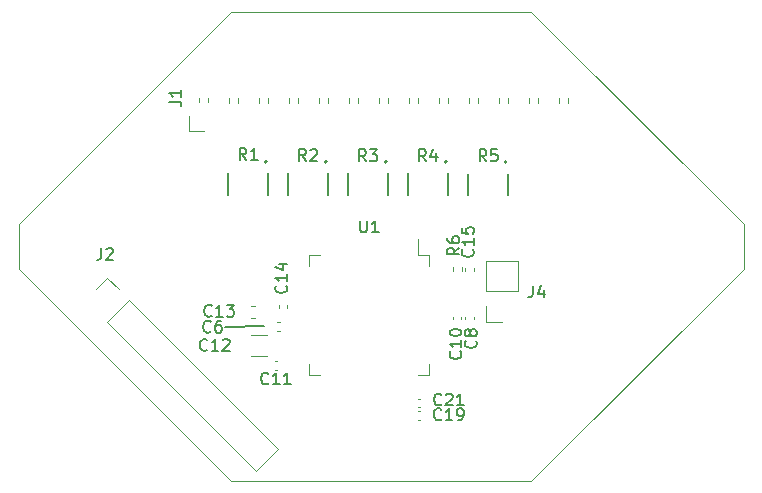
<source format=gbr>
%TF.GenerationSoftware,KiCad,Pcbnew,(7.0.0)*%
%TF.CreationDate,2023-03-06T18:28:32-05:00*%
%TF.ProjectId,cyton daisy,6379746f-6e20-4646-9169-73792e6b6963,rev?*%
%TF.SameCoordinates,Original*%
%TF.FileFunction,Legend,Top*%
%TF.FilePolarity,Positive*%
%FSLAX46Y46*%
G04 Gerber Fmt 4.6, Leading zero omitted, Abs format (unit mm)*
G04 Created by KiCad (PCBNEW (7.0.0)) date 2023-03-06 18:28:32*
%MOMM*%
%LPD*%
G01*
G04 APERTURE LIST*
%ADD10C,0.152400*%
%ADD11C,0.150000*%
%ADD12C,0.120000*%
%ADD13C,0.127000*%
%ADD14C,0.200000*%
%TA.AperFunction,Profile*%
%ADD15C,0.101600*%
%TD*%
G04 APERTURE END LIST*
D10*
X129794000Y-102793800D02*
X126492000Y-102870000D01*
D11*
%TO.C,C13*%
X125315742Y-101922942D02*
X125268123Y-101970561D01*
X125268123Y-101970561D02*
X125125266Y-102018180D01*
X125125266Y-102018180D02*
X125030028Y-102018180D01*
X125030028Y-102018180D02*
X124887171Y-101970561D01*
X124887171Y-101970561D02*
X124791933Y-101875323D01*
X124791933Y-101875323D02*
X124744314Y-101780085D01*
X124744314Y-101780085D02*
X124696695Y-101589609D01*
X124696695Y-101589609D02*
X124696695Y-101446752D01*
X124696695Y-101446752D02*
X124744314Y-101256276D01*
X124744314Y-101256276D02*
X124791933Y-101161038D01*
X124791933Y-101161038D02*
X124887171Y-101065800D01*
X124887171Y-101065800D02*
X125030028Y-101018180D01*
X125030028Y-101018180D02*
X125125266Y-101018180D01*
X125125266Y-101018180D02*
X125268123Y-101065800D01*
X125268123Y-101065800D02*
X125315742Y-101113419D01*
X126268123Y-102018180D02*
X125696695Y-102018180D01*
X125982409Y-102018180D02*
X125982409Y-101018180D01*
X125982409Y-101018180D02*
X125887171Y-101161038D01*
X125887171Y-101161038D02*
X125791933Y-101256276D01*
X125791933Y-101256276D02*
X125696695Y-101303895D01*
X126601457Y-101018180D02*
X127220504Y-101018180D01*
X127220504Y-101018180D02*
X126887171Y-101399133D01*
X126887171Y-101399133D02*
X127030028Y-101399133D01*
X127030028Y-101399133D02*
X127125266Y-101446752D01*
X127125266Y-101446752D02*
X127172885Y-101494371D01*
X127172885Y-101494371D02*
X127220504Y-101589609D01*
X127220504Y-101589609D02*
X127220504Y-101827704D01*
X127220504Y-101827704D02*
X127172885Y-101922942D01*
X127172885Y-101922942D02*
X127125266Y-101970561D01*
X127125266Y-101970561D02*
X127030028Y-102018180D01*
X127030028Y-102018180D02*
X126744314Y-102018180D01*
X126744314Y-102018180D02*
X126649076Y-101970561D01*
X126649076Y-101970561D02*
X126601457Y-101922942D01*
%TO.C,R2*%
X133310333Y-88835580D02*
X132977000Y-88359390D01*
X132738905Y-88835580D02*
X132738905Y-87835580D01*
X132738905Y-87835580D02*
X133119857Y-87835580D01*
X133119857Y-87835580D02*
X133215095Y-87883200D01*
X133215095Y-87883200D02*
X133262714Y-87930819D01*
X133262714Y-87930819D02*
X133310333Y-88026057D01*
X133310333Y-88026057D02*
X133310333Y-88168914D01*
X133310333Y-88168914D02*
X133262714Y-88264152D01*
X133262714Y-88264152D02*
X133215095Y-88311771D01*
X133215095Y-88311771D02*
X133119857Y-88359390D01*
X133119857Y-88359390D02*
X132738905Y-88359390D01*
X133691286Y-87930819D02*
X133738905Y-87883200D01*
X133738905Y-87883200D02*
X133834143Y-87835580D01*
X133834143Y-87835580D02*
X134072238Y-87835580D01*
X134072238Y-87835580D02*
X134167476Y-87883200D01*
X134167476Y-87883200D02*
X134215095Y-87930819D01*
X134215095Y-87930819D02*
X134262714Y-88026057D01*
X134262714Y-88026057D02*
X134262714Y-88121295D01*
X134262714Y-88121295D02*
X134215095Y-88264152D01*
X134215095Y-88264152D02*
X133643667Y-88835580D01*
X133643667Y-88835580D02*
X134262714Y-88835580D01*
%TO.C,C14*%
X131615542Y-99398057D02*
X131663161Y-99445676D01*
X131663161Y-99445676D02*
X131710780Y-99588533D01*
X131710780Y-99588533D02*
X131710780Y-99683771D01*
X131710780Y-99683771D02*
X131663161Y-99826628D01*
X131663161Y-99826628D02*
X131567923Y-99921866D01*
X131567923Y-99921866D02*
X131472685Y-99969485D01*
X131472685Y-99969485D02*
X131282209Y-100017104D01*
X131282209Y-100017104D02*
X131139352Y-100017104D01*
X131139352Y-100017104D02*
X130948876Y-99969485D01*
X130948876Y-99969485D02*
X130853638Y-99921866D01*
X130853638Y-99921866D02*
X130758400Y-99826628D01*
X130758400Y-99826628D02*
X130710780Y-99683771D01*
X130710780Y-99683771D02*
X130710780Y-99588533D01*
X130710780Y-99588533D02*
X130758400Y-99445676D01*
X130758400Y-99445676D02*
X130806019Y-99398057D01*
X131710780Y-98445676D02*
X131710780Y-99017104D01*
X131710780Y-98731390D02*
X130710780Y-98731390D01*
X130710780Y-98731390D02*
X130853638Y-98826628D01*
X130853638Y-98826628D02*
X130948876Y-98921866D01*
X130948876Y-98921866D02*
X130996495Y-99017104D01*
X131044114Y-97588533D02*
X131710780Y-97588533D01*
X130663161Y-97826628D02*
X131377447Y-98064723D01*
X131377447Y-98064723D02*
X131377447Y-97445676D01*
%TO.C,C15*%
X147414342Y-96324657D02*
X147461961Y-96372276D01*
X147461961Y-96372276D02*
X147509580Y-96515133D01*
X147509580Y-96515133D02*
X147509580Y-96610371D01*
X147509580Y-96610371D02*
X147461961Y-96753228D01*
X147461961Y-96753228D02*
X147366723Y-96848466D01*
X147366723Y-96848466D02*
X147271485Y-96896085D01*
X147271485Y-96896085D02*
X147081009Y-96943704D01*
X147081009Y-96943704D02*
X146938152Y-96943704D01*
X146938152Y-96943704D02*
X146747676Y-96896085D01*
X146747676Y-96896085D02*
X146652438Y-96848466D01*
X146652438Y-96848466D02*
X146557200Y-96753228D01*
X146557200Y-96753228D02*
X146509580Y-96610371D01*
X146509580Y-96610371D02*
X146509580Y-96515133D01*
X146509580Y-96515133D02*
X146557200Y-96372276D01*
X146557200Y-96372276D02*
X146604819Y-96324657D01*
X147509580Y-95372276D02*
X147509580Y-95943704D01*
X147509580Y-95657990D02*
X146509580Y-95657990D01*
X146509580Y-95657990D02*
X146652438Y-95753228D01*
X146652438Y-95753228D02*
X146747676Y-95848466D01*
X146747676Y-95848466D02*
X146795295Y-95943704D01*
X146509580Y-94467514D02*
X146509580Y-94943704D01*
X146509580Y-94943704D02*
X146985771Y-94991323D01*
X146985771Y-94991323D02*
X146938152Y-94943704D01*
X146938152Y-94943704D02*
X146890533Y-94848466D01*
X146890533Y-94848466D02*
X146890533Y-94610371D01*
X146890533Y-94610371D02*
X146938152Y-94515133D01*
X146938152Y-94515133D02*
X146985771Y-94467514D01*
X146985771Y-94467514D02*
X147081009Y-94419895D01*
X147081009Y-94419895D02*
X147319104Y-94419895D01*
X147319104Y-94419895D02*
X147414342Y-94467514D01*
X147414342Y-94467514D02*
X147461961Y-94515133D01*
X147461961Y-94515133D02*
X147509580Y-94610371D01*
X147509580Y-94610371D02*
X147509580Y-94848466D01*
X147509580Y-94848466D02*
X147461961Y-94943704D01*
X147461961Y-94943704D02*
X147414342Y-94991323D01*
%TO.C,R6*%
X146290380Y-96178666D02*
X145814190Y-96511999D01*
X146290380Y-96750094D02*
X145290380Y-96750094D01*
X145290380Y-96750094D02*
X145290380Y-96369142D01*
X145290380Y-96369142D02*
X145338000Y-96273904D01*
X145338000Y-96273904D02*
X145385619Y-96226285D01*
X145385619Y-96226285D02*
X145480857Y-96178666D01*
X145480857Y-96178666D02*
X145623714Y-96178666D01*
X145623714Y-96178666D02*
X145718952Y-96226285D01*
X145718952Y-96226285D02*
X145766571Y-96273904D01*
X145766571Y-96273904D02*
X145814190Y-96369142D01*
X145814190Y-96369142D02*
X145814190Y-96750094D01*
X145290380Y-95321523D02*
X145290380Y-95511999D01*
X145290380Y-95511999D02*
X145338000Y-95607237D01*
X145338000Y-95607237D02*
X145385619Y-95654856D01*
X145385619Y-95654856D02*
X145528476Y-95750094D01*
X145528476Y-95750094D02*
X145718952Y-95797713D01*
X145718952Y-95797713D02*
X146099904Y-95797713D01*
X146099904Y-95797713D02*
X146195142Y-95750094D01*
X146195142Y-95750094D02*
X146242761Y-95702475D01*
X146242761Y-95702475D02*
X146290380Y-95607237D01*
X146290380Y-95607237D02*
X146290380Y-95416761D01*
X146290380Y-95416761D02*
X146242761Y-95321523D01*
X146242761Y-95321523D02*
X146195142Y-95273904D01*
X146195142Y-95273904D02*
X146099904Y-95226285D01*
X146099904Y-95226285D02*
X145861809Y-95226285D01*
X145861809Y-95226285D02*
X145766571Y-95273904D01*
X145766571Y-95273904D02*
X145718952Y-95321523D01*
X145718952Y-95321523D02*
X145671333Y-95416761D01*
X145671333Y-95416761D02*
X145671333Y-95607237D01*
X145671333Y-95607237D02*
X145718952Y-95702475D01*
X145718952Y-95702475D02*
X145766571Y-95750094D01*
X145766571Y-95750094D02*
X145861809Y-95797713D01*
%TO.C,R1*%
X128255733Y-88733980D02*
X127922400Y-88257790D01*
X127684305Y-88733980D02*
X127684305Y-87733980D01*
X127684305Y-87733980D02*
X128065257Y-87733980D01*
X128065257Y-87733980D02*
X128160495Y-87781600D01*
X128160495Y-87781600D02*
X128208114Y-87829219D01*
X128208114Y-87829219D02*
X128255733Y-87924457D01*
X128255733Y-87924457D02*
X128255733Y-88067314D01*
X128255733Y-88067314D02*
X128208114Y-88162552D01*
X128208114Y-88162552D02*
X128160495Y-88210171D01*
X128160495Y-88210171D02*
X128065257Y-88257790D01*
X128065257Y-88257790D02*
X127684305Y-88257790D01*
X129208114Y-88733980D02*
X128636686Y-88733980D01*
X128922400Y-88733980D02*
X128922400Y-87733980D01*
X128922400Y-87733980D02*
X128827162Y-87876838D01*
X128827162Y-87876838D02*
X128731924Y-87972076D01*
X128731924Y-87972076D02*
X128636686Y-88019695D01*
%TO.C,C11*%
X130116342Y-107663342D02*
X130068723Y-107710961D01*
X130068723Y-107710961D02*
X129925866Y-107758580D01*
X129925866Y-107758580D02*
X129830628Y-107758580D01*
X129830628Y-107758580D02*
X129687771Y-107710961D01*
X129687771Y-107710961D02*
X129592533Y-107615723D01*
X129592533Y-107615723D02*
X129544914Y-107520485D01*
X129544914Y-107520485D02*
X129497295Y-107330009D01*
X129497295Y-107330009D02*
X129497295Y-107187152D01*
X129497295Y-107187152D02*
X129544914Y-106996676D01*
X129544914Y-106996676D02*
X129592533Y-106901438D01*
X129592533Y-106901438D02*
X129687771Y-106806200D01*
X129687771Y-106806200D02*
X129830628Y-106758580D01*
X129830628Y-106758580D02*
X129925866Y-106758580D01*
X129925866Y-106758580D02*
X130068723Y-106806200D01*
X130068723Y-106806200D02*
X130116342Y-106853819D01*
X131068723Y-107758580D02*
X130497295Y-107758580D01*
X130783009Y-107758580D02*
X130783009Y-106758580D01*
X130783009Y-106758580D02*
X130687771Y-106901438D01*
X130687771Y-106901438D02*
X130592533Y-106996676D01*
X130592533Y-106996676D02*
X130497295Y-107044295D01*
X132021104Y-107758580D02*
X131449676Y-107758580D01*
X131735390Y-107758580D02*
X131735390Y-106758580D01*
X131735390Y-106758580D02*
X131640152Y-106901438D01*
X131640152Y-106901438D02*
X131544914Y-106996676D01*
X131544914Y-106996676D02*
X131449676Y-107044295D01*
%TO.C,R5*%
X148575733Y-88860980D02*
X148242400Y-88384790D01*
X148004305Y-88860980D02*
X148004305Y-87860980D01*
X148004305Y-87860980D02*
X148385257Y-87860980D01*
X148385257Y-87860980D02*
X148480495Y-87908600D01*
X148480495Y-87908600D02*
X148528114Y-87956219D01*
X148528114Y-87956219D02*
X148575733Y-88051457D01*
X148575733Y-88051457D02*
X148575733Y-88194314D01*
X148575733Y-88194314D02*
X148528114Y-88289552D01*
X148528114Y-88289552D02*
X148480495Y-88337171D01*
X148480495Y-88337171D02*
X148385257Y-88384790D01*
X148385257Y-88384790D02*
X148004305Y-88384790D01*
X149480495Y-87860980D02*
X149004305Y-87860980D01*
X149004305Y-87860980D02*
X148956686Y-88337171D01*
X148956686Y-88337171D02*
X149004305Y-88289552D01*
X149004305Y-88289552D02*
X149099543Y-88241933D01*
X149099543Y-88241933D02*
X149337638Y-88241933D01*
X149337638Y-88241933D02*
X149432876Y-88289552D01*
X149432876Y-88289552D02*
X149480495Y-88337171D01*
X149480495Y-88337171D02*
X149528114Y-88432409D01*
X149528114Y-88432409D02*
X149528114Y-88670504D01*
X149528114Y-88670504D02*
X149480495Y-88765742D01*
X149480495Y-88765742D02*
X149432876Y-88813361D01*
X149432876Y-88813361D02*
X149337638Y-88860980D01*
X149337638Y-88860980D02*
X149099543Y-88860980D01*
X149099543Y-88860980D02*
X149004305Y-88813361D01*
X149004305Y-88813361D02*
X148956686Y-88765742D01*
%TO.C,C19*%
X144746742Y-110685942D02*
X144699123Y-110733561D01*
X144699123Y-110733561D02*
X144556266Y-110781180D01*
X144556266Y-110781180D02*
X144461028Y-110781180D01*
X144461028Y-110781180D02*
X144318171Y-110733561D01*
X144318171Y-110733561D02*
X144222933Y-110638323D01*
X144222933Y-110638323D02*
X144175314Y-110543085D01*
X144175314Y-110543085D02*
X144127695Y-110352609D01*
X144127695Y-110352609D02*
X144127695Y-110209752D01*
X144127695Y-110209752D02*
X144175314Y-110019276D01*
X144175314Y-110019276D02*
X144222933Y-109924038D01*
X144222933Y-109924038D02*
X144318171Y-109828800D01*
X144318171Y-109828800D02*
X144461028Y-109781180D01*
X144461028Y-109781180D02*
X144556266Y-109781180D01*
X144556266Y-109781180D02*
X144699123Y-109828800D01*
X144699123Y-109828800D02*
X144746742Y-109876419D01*
X145699123Y-110781180D02*
X145127695Y-110781180D01*
X145413409Y-110781180D02*
X145413409Y-109781180D01*
X145413409Y-109781180D02*
X145318171Y-109924038D01*
X145318171Y-109924038D02*
X145222933Y-110019276D01*
X145222933Y-110019276D02*
X145127695Y-110066895D01*
X146175314Y-110781180D02*
X146365790Y-110781180D01*
X146365790Y-110781180D02*
X146461028Y-110733561D01*
X146461028Y-110733561D02*
X146508647Y-110685942D01*
X146508647Y-110685942D02*
X146603885Y-110543085D01*
X146603885Y-110543085D02*
X146651504Y-110352609D01*
X146651504Y-110352609D02*
X146651504Y-109971657D01*
X146651504Y-109971657D02*
X146603885Y-109876419D01*
X146603885Y-109876419D02*
X146556266Y-109828800D01*
X146556266Y-109828800D02*
X146461028Y-109781180D01*
X146461028Y-109781180D02*
X146270552Y-109781180D01*
X146270552Y-109781180D02*
X146175314Y-109828800D01*
X146175314Y-109828800D02*
X146127695Y-109876419D01*
X146127695Y-109876419D02*
X146080076Y-109971657D01*
X146080076Y-109971657D02*
X146080076Y-110209752D01*
X146080076Y-110209752D02*
X146127695Y-110304990D01*
X146127695Y-110304990D02*
X146175314Y-110352609D01*
X146175314Y-110352609D02*
X146270552Y-110400228D01*
X146270552Y-110400228D02*
X146461028Y-110400228D01*
X146461028Y-110400228D02*
X146556266Y-110352609D01*
X146556266Y-110352609D02*
X146603885Y-110304990D01*
X146603885Y-110304990D02*
X146651504Y-110209752D01*
%TO.C,J1*%
X121744580Y-83823133D02*
X122458866Y-83823133D01*
X122458866Y-83823133D02*
X122601723Y-83870752D01*
X122601723Y-83870752D02*
X122696961Y-83965990D01*
X122696961Y-83965990D02*
X122744580Y-84108847D01*
X122744580Y-84108847D02*
X122744580Y-84204085D01*
X122744580Y-82823133D02*
X122744580Y-83394561D01*
X122744580Y-83108847D02*
X121744580Y-83108847D01*
X121744580Y-83108847D02*
X121887438Y-83204085D01*
X121887438Y-83204085D02*
X121982676Y-83299323D01*
X121982676Y-83299323D02*
X122030295Y-83394561D01*
%TO.C,C10*%
X146372942Y-104960657D02*
X146420561Y-105008276D01*
X146420561Y-105008276D02*
X146468180Y-105151133D01*
X146468180Y-105151133D02*
X146468180Y-105246371D01*
X146468180Y-105246371D02*
X146420561Y-105389228D01*
X146420561Y-105389228D02*
X146325323Y-105484466D01*
X146325323Y-105484466D02*
X146230085Y-105532085D01*
X146230085Y-105532085D02*
X146039609Y-105579704D01*
X146039609Y-105579704D02*
X145896752Y-105579704D01*
X145896752Y-105579704D02*
X145706276Y-105532085D01*
X145706276Y-105532085D02*
X145611038Y-105484466D01*
X145611038Y-105484466D02*
X145515800Y-105389228D01*
X145515800Y-105389228D02*
X145468180Y-105246371D01*
X145468180Y-105246371D02*
X145468180Y-105151133D01*
X145468180Y-105151133D02*
X145515800Y-105008276D01*
X145515800Y-105008276D02*
X145563419Y-104960657D01*
X146468180Y-104008276D02*
X146468180Y-104579704D01*
X146468180Y-104293990D02*
X145468180Y-104293990D01*
X145468180Y-104293990D02*
X145611038Y-104389228D01*
X145611038Y-104389228D02*
X145706276Y-104484466D01*
X145706276Y-104484466D02*
X145753895Y-104579704D01*
X145468180Y-103389228D02*
X145468180Y-103293990D01*
X145468180Y-103293990D02*
X145515800Y-103198752D01*
X145515800Y-103198752D02*
X145563419Y-103151133D01*
X145563419Y-103151133D02*
X145658657Y-103103514D01*
X145658657Y-103103514D02*
X145849133Y-103055895D01*
X145849133Y-103055895D02*
X146087228Y-103055895D01*
X146087228Y-103055895D02*
X146277704Y-103103514D01*
X146277704Y-103103514D02*
X146372942Y-103151133D01*
X146372942Y-103151133D02*
X146420561Y-103198752D01*
X146420561Y-103198752D02*
X146468180Y-103293990D01*
X146468180Y-103293990D02*
X146468180Y-103389228D01*
X146468180Y-103389228D02*
X146420561Y-103484466D01*
X146420561Y-103484466D02*
X146372942Y-103532085D01*
X146372942Y-103532085D02*
X146277704Y-103579704D01*
X146277704Y-103579704D02*
X146087228Y-103627323D01*
X146087228Y-103627323D02*
X145849133Y-103627323D01*
X145849133Y-103627323D02*
X145658657Y-103579704D01*
X145658657Y-103579704D02*
X145563419Y-103532085D01*
X145563419Y-103532085D02*
X145515800Y-103484466D01*
X145515800Y-103484466D02*
X145468180Y-103389228D01*
%TO.C,U1*%
X137896695Y-93880780D02*
X137896695Y-94690304D01*
X137896695Y-94690304D02*
X137944314Y-94785542D01*
X137944314Y-94785542D02*
X137991933Y-94833161D01*
X137991933Y-94833161D02*
X138087171Y-94880780D01*
X138087171Y-94880780D02*
X138277647Y-94880780D01*
X138277647Y-94880780D02*
X138372885Y-94833161D01*
X138372885Y-94833161D02*
X138420504Y-94785542D01*
X138420504Y-94785542D02*
X138468123Y-94690304D01*
X138468123Y-94690304D02*
X138468123Y-93880780D01*
X139468123Y-94880780D02*
X138896695Y-94880780D01*
X139182409Y-94880780D02*
X139182409Y-93880780D01*
X139182409Y-93880780D02*
X139087171Y-94023638D01*
X139087171Y-94023638D02*
X138991933Y-94118876D01*
X138991933Y-94118876D02*
X138896695Y-94166495D01*
%TO.C,C8*%
X147668342Y-104052666D02*
X147715961Y-104100285D01*
X147715961Y-104100285D02*
X147763580Y-104243142D01*
X147763580Y-104243142D02*
X147763580Y-104338380D01*
X147763580Y-104338380D02*
X147715961Y-104481237D01*
X147715961Y-104481237D02*
X147620723Y-104576475D01*
X147620723Y-104576475D02*
X147525485Y-104624094D01*
X147525485Y-104624094D02*
X147335009Y-104671713D01*
X147335009Y-104671713D02*
X147192152Y-104671713D01*
X147192152Y-104671713D02*
X147001676Y-104624094D01*
X147001676Y-104624094D02*
X146906438Y-104576475D01*
X146906438Y-104576475D02*
X146811200Y-104481237D01*
X146811200Y-104481237D02*
X146763580Y-104338380D01*
X146763580Y-104338380D02*
X146763580Y-104243142D01*
X146763580Y-104243142D02*
X146811200Y-104100285D01*
X146811200Y-104100285D02*
X146858819Y-104052666D01*
X147192152Y-103481237D02*
X147144533Y-103576475D01*
X147144533Y-103576475D02*
X147096914Y-103624094D01*
X147096914Y-103624094D02*
X147001676Y-103671713D01*
X147001676Y-103671713D02*
X146954057Y-103671713D01*
X146954057Y-103671713D02*
X146858819Y-103624094D01*
X146858819Y-103624094D02*
X146811200Y-103576475D01*
X146811200Y-103576475D02*
X146763580Y-103481237D01*
X146763580Y-103481237D02*
X146763580Y-103290761D01*
X146763580Y-103290761D02*
X146811200Y-103195523D01*
X146811200Y-103195523D02*
X146858819Y-103147904D01*
X146858819Y-103147904D02*
X146954057Y-103100285D01*
X146954057Y-103100285D02*
X147001676Y-103100285D01*
X147001676Y-103100285D02*
X147096914Y-103147904D01*
X147096914Y-103147904D02*
X147144533Y-103195523D01*
X147144533Y-103195523D02*
X147192152Y-103290761D01*
X147192152Y-103290761D02*
X147192152Y-103481237D01*
X147192152Y-103481237D02*
X147239771Y-103576475D01*
X147239771Y-103576475D02*
X147287390Y-103624094D01*
X147287390Y-103624094D02*
X147382628Y-103671713D01*
X147382628Y-103671713D02*
X147573104Y-103671713D01*
X147573104Y-103671713D02*
X147668342Y-103624094D01*
X147668342Y-103624094D02*
X147715961Y-103576475D01*
X147715961Y-103576475D02*
X147763580Y-103481237D01*
X147763580Y-103481237D02*
X147763580Y-103290761D01*
X147763580Y-103290761D02*
X147715961Y-103195523D01*
X147715961Y-103195523D02*
X147668342Y-103147904D01*
X147668342Y-103147904D02*
X147573104Y-103100285D01*
X147573104Y-103100285D02*
X147382628Y-103100285D01*
X147382628Y-103100285D02*
X147287390Y-103147904D01*
X147287390Y-103147904D02*
X147239771Y-103195523D01*
X147239771Y-103195523D02*
X147192152Y-103290761D01*
%TO.C,J4*%
X152523866Y-99392580D02*
X152523866Y-100106866D01*
X152523866Y-100106866D02*
X152476247Y-100249723D01*
X152476247Y-100249723D02*
X152381009Y-100344961D01*
X152381009Y-100344961D02*
X152238152Y-100392580D01*
X152238152Y-100392580D02*
X152142914Y-100392580D01*
X153428628Y-99725914D02*
X153428628Y-100392580D01*
X153190533Y-99344961D02*
X152952438Y-100059247D01*
X152952438Y-100059247D02*
X153571485Y-100059247D01*
%TO.C,R4*%
X143470333Y-88860980D02*
X143137000Y-88384790D01*
X142898905Y-88860980D02*
X142898905Y-87860980D01*
X142898905Y-87860980D02*
X143279857Y-87860980D01*
X143279857Y-87860980D02*
X143375095Y-87908600D01*
X143375095Y-87908600D02*
X143422714Y-87956219D01*
X143422714Y-87956219D02*
X143470333Y-88051457D01*
X143470333Y-88051457D02*
X143470333Y-88194314D01*
X143470333Y-88194314D02*
X143422714Y-88289552D01*
X143422714Y-88289552D02*
X143375095Y-88337171D01*
X143375095Y-88337171D02*
X143279857Y-88384790D01*
X143279857Y-88384790D02*
X142898905Y-88384790D01*
X144327476Y-88194314D02*
X144327476Y-88860980D01*
X144089381Y-87813361D02*
X143851286Y-88527647D01*
X143851286Y-88527647D02*
X144470333Y-88527647D01*
%TO.C,C6*%
X125233133Y-103269142D02*
X125185514Y-103316761D01*
X125185514Y-103316761D02*
X125042657Y-103364380D01*
X125042657Y-103364380D02*
X124947419Y-103364380D01*
X124947419Y-103364380D02*
X124804562Y-103316761D01*
X124804562Y-103316761D02*
X124709324Y-103221523D01*
X124709324Y-103221523D02*
X124661705Y-103126285D01*
X124661705Y-103126285D02*
X124614086Y-102935809D01*
X124614086Y-102935809D02*
X124614086Y-102792952D01*
X124614086Y-102792952D02*
X124661705Y-102602476D01*
X124661705Y-102602476D02*
X124709324Y-102507238D01*
X124709324Y-102507238D02*
X124804562Y-102412000D01*
X124804562Y-102412000D02*
X124947419Y-102364380D01*
X124947419Y-102364380D02*
X125042657Y-102364380D01*
X125042657Y-102364380D02*
X125185514Y-102412000D01*
X125185514Y-102412000D02*
X125233133Y-102459619D01*
X126090276Y-102364380D02*
X125899800Y-102364380D01*
X125899800Y-102364380D02*
X125804562Y-102412000D01*
X125804562Y-102412000D02*
X125756943Y-102459619D01*
X125756943Y-102459619D02*
X125661705Y-102602476D01*
X125661705Y-102602476D02*
X125614086Y-102792952D01*
X125614086Y-102792952D02*
X125614086Y-103173904D01*
X125614086Y-103173904D02*
X125661705Y-103269142D01*
X125661705Y-103269142D02*
X125709324Y-103316761D01*
X125709324Y-103316761D02*
X125804562Y-103364380D01*
X125804562Y-103364380D02*
X125995038Y-103364380D01*
X125995038Y-103364380D02*
X126090276Y-103316761D01*
X126090276Y-103316761D02*
X126137895Y-103269142D01*
X126137895Y-103269142D02*
X126185514Y-103173904D01*
X126185514Y-103173904D02*
X126185514Y-102935809D01*
X126185514Y-102935809D02*
X126137895Y-102840571D01*
X126137895Y-102840571D02*
X126090276Y-102792952D01*
X126090276Y-102792952D02*
X125995038Y-102745333D01*
X125995038Y-102745333D02*
X125804562Y-102745333D01*
X125804562Y-102745333D02*
X125709324Y-102792952D01*
X125709324Y-102792952D02*
X125661705Y-102840571D01*
X125661705Y-102840571D02*
X125614086Y-102935809D01*
%TO.C,R3*%
X138390333Y-88860980D02*
X138057000Y-88384790D01*
X137818905Y-88860980D02*
X137818905Y-87860980D01*
X137818905Y-87860980D02*
X138199857Y-87860980D01*
X138199857Y-87860980D02*
X138295095Y-87908600D01*
X138295095Y-87908600D02*
X138342714Y-87956219D01*
X138342714Y-87956219D02*
X138390333Y-88051457D01*
X138390333Y-88051457D02*
X138390333Y-88194314D01*
X138390333Y-88194314D02*
X138342714Y-88289552D01*
X138342714Y-88289552D02*
X138295095Y-88337171D01*
X138295095Y-88337171D02*
X138199857Y-88384790D01*
X138199857Y-88384790D02*
X137818905Y-88384790D01*
X138723667Y-87860980D02*
X139342714Y-87860980D01*
X139342714Y-87860980D02*
X139009381Y-88241933D01*
X139009381Y-88241933D02*
X139152238Y-88241933D01*
X139152238Y-88241933D02*
X139247476Y-88289552D01*
X139247476Y-88289552D02*
X139295095Y-88337171D01*
X139295095Y-88337171D02*
X139342714Y-88432409D01*
X139342714Y-88432409D02*
X139342714Y-88670504D01*
X139342714Y-88670504D02*
X139295095Y-88765742D01*
X139295095Y-88765742D02*
X139247476Y-88813361D01*
X139247476Y-88813361D02*
X139152238Y-88860980D01*
X139152238Y-88860980D02*
X138866524Y-88860980D01*
X138866524Y-88860980D02*
X138771286Y-88813361D01*
X138771286Y-88813361D02*
X138723667Y-88765742D01*
%TO.C,C21*%
X144772142Y-109441342D02*
X144724523Y-109488961D01*
X144724523Y-109488961D02*
X144581666Y-109536580D01*
X144581666Y-109536580D02*
X144486428Y-109536580D01*
X144486428Y-109536580D02*
X144343571Y-109488961D01*
X144343571Y-109488961D02*
X144248333Y-109393723D01*
X144248333Y-109393723D02*
X144200714Y-109298485D01*
X144200714Y-109298485D02*
X144153095Y-109108009D01*
X144153095Y-109108009D02*
X144153095Y-108965152D01*
X144153095Y-108965152D02*
X144200714Y-108774676D01*
X144200714Y-108774676D02*
X144248333Y-108679438D01*
X144248333Y-108679438D02*
X144343571Y-108584200D01*
X144343571Y-108584200D02*
X144486428Y-108536580D01*
X144486428Y-108536580D02*
X144581666Y-108536580D01*
X144581666Y-108536580D02*
X144724523Y-108584200D01*
X144724523Y-108584200D02*
X144772142Y-108631819D01*
X145153095Y-108631819D02*
X145200714Y-108584200D01*
X145200714Y-108584200D02*
X145295952Y-108536580D01*
X145295952Y-108536580D02*
X145534047Y-108536580D01*
X145534047Y-108536580D02*
X145629285Y-108584200D01*
X145629285Y-108584200D02*
X145676904Y-108631819D01*
X145676904Y-108631819D02*
X145724523Y-108727057D01*
X145724523Y-108727057D02*
X145724523Y-108822295D01*
X145724523Y-108822295D02*
X145676904Y-108965152D01*
X145676904Y-108965152D02*
X145105476Y-109536580D01*
X145105476Y-109536580D02*
X145724523Y-109536580D01*
X146676904Y-109536580D02*
X146105476Y-109536580D01*
X146391190Y-109536580D02*
X146391190Y-108536580D01*
X146391190Y-108536580D02*
X146295952Y-108679438D01*
X146295952Y-108679438D02*
X146200714Y-108774676D01*
X146200714Y-108774676D02*
X146105476Y-108822295D01*
%TO.C,J2*%
X115973266Y-96217580D02*
X115973266Y-96931866D01*
X115973266Y-96931866D02*
X115925647Y-97074723D01*
X115925647Y-97074723D02*
X115830409Y-97169961D01*
X115830409Y-97169961D02*
X115687552Y-97217580D01*
X115687552Y-97217580D02*
X115592314Y-97217580D01*
X116401838Y-96312819D02*
X116449457Y-96265200D01*
X116449457Y-96265200D02*
X116544695Y-96217580D01*
X116544695Y-96217580D02*
X116782790Y-96217580D01*
X116782790Y-96217580D02*
X116878028Y-96265200D01*
X116878028Y-96265200D02*
X116925647Y-96312819D01*
X116925647Y-96312819D02*
X116973266Y-96408057D01*
X116973266Y-96408057D02*
X116973266Y-96503295D01*
X116973266Y-96503295D02*
X116925647Y-96646152D01*
X116925647Y-96646152D02*
X116354219Y-97217580D01*
X116354219Y-97217580D02*
X116973266Y-97217580D01*
%TO.C,C12*%
X124934742Y-104818542D02*
X124887123Y-104866161D01*
X124887123Y-104866161D02*
X124744266Y-104913780D01*
X124744266Y-104913780D02*
X124649028Y-104913780D01*
X124649028Y-104913780D02*
X124506171Y-104866161D01*
X124506171Y-104866161D02*
X124410933Y-104770923D01*
X124410933Y-104770923D02*
X124363314Y-104675685D01*
X124363314Y-104675685D02*
X124315695Y-104485209D01*
X124315695Y-104485209D02*
X124315695Y-104342352D01*
X124315695Y-104342352D02*
X124363314Y-104151876D01*
X124363314Y-104151876D02*
X124410933Y-104056638D01*
X124410933Y-104056638D02*
X124506171Y-103961400D01*
X124506171Y-103961400D02*
X124649028Y-103913780D01*
X124649028Y-103913780D02*
X124744266Y-103913780D01*
X124744266Y-103913780D02*
X124887123Y-103961400D01*
X124887123Y-103961400D02*
X124934742Y-104009019D01*
X125887123Y-104913780D02*
X125315695Y-104913780D01*
X125601409Y-104913780D02*
X125601409Y-103913780D01*
X125601409Y-103913780D02*
X125506171Y-104056638D01*
X125506171Y-104056638D02*
X125410933Y-104151876D01*
X125410933Y-104151876D02*
X125315695Y-104199495D01*
X126268076Y-104009019D02*
X126315695Y-103961400D01*
X126315695Y-103961400D02*
X126410933Y-103913780D01*
X126410933Y-103913780D02*
X126649028Y-103913780D01*
X126649028Y-103913780D02*
X126744266Y-103961400D01*
X126744266Y-103961400D02*
X126791885Y-104009019D01*
X126791885Y-104009019D02*
X126839504Y-104104257D01*
X126839504Y-104104257D02*
X126839504Y-104199495D01*
X126839504Y-104199495D02*
X126791885Y-104342352D01*
X126791885Y-104342352D02*
X126220457Y-104913780D01*
X126220457Y-104913780D02*
X126839504Y-104913780D01*
D12*
%TO.C,C13*%
X128969380Y-102135400D02*
X128688220Y-102135400D01*
X128969380Y-101115400D02*
X128688220Y-101115400D01*
D13*
%TO.C,R2*%
X135183200Y-89891000D02*
X135183200Y-91691000D01*
X131783200Y-91691000D02*
X131783200Y-89891000D01*
D14*
X135083200Y-88891000D02*
G75*
G03*
X135083200Y-88891000I-100000J0D01*
G01*
D12*
%TO.C,C14*%
X130983400Y-101276036D02*
X130983400Y-101060364D01*
X131703400Y-101276036D02*
X131703400Y-101060364D01*
%TO.C,C15*%
X147503900Y-97900164D02*
X147503900Y-98115836D01*
X146783900Y-97900164D02*
X146783900Y-98115836D01*
%TO.C,R6*%
X146482500Y-97852359D02*
X146482500Y-98159641D01*
X145722500Y-97852359D02*
X145722500Y-98159641D01*
D13*
%TO.C,R1*%
X130103200Y-89891000D02*
X130103200Y-91691000D01*
X126703200Y-91691000D02*
X126703200Y-89891000D01*
D14*
X130003200Y-88891000D02*
G75*
G03*
X130003200Y-88891000I-100000J0D01*
G01*
D12*
%TO.C,C11*%
X130653964Y-105786600D02*
X130869636Y-105786600D01*
X130653964Y-106506600D02*
X130869636Y-106506600D01*
D13*
%TO.C,R5*%
X150423200Y-89916400D02*
X150423200Y-91716400D01*
X147023200Y-91716400D02*
X147023200Y-89916400D01*
D14*
X150323200Y-88916400D02*
G75*
G03*
X150323200Y-88916400I-100000J0D01*
G01*
D12*
%TO.C,C19*%
X142764564Y-110028400D02*
X142980236Y-110028400D01*
X142764564Y-110748400D02*
X142980236Y-110748400D01*
%TO.C,J1*%
X123393200Y-86258400D02*
X123393200Y-84988400D01*
X124663200Y-86258400D02*
X123393200Y-86258400D01*
X126823200Y-83945471D02*
X126823200Y-83491329D01*
X127583200Y-83945471D02*
X127583200Y-83491329D01*
X129363200Y-83945471D02*
X129363200Y-83491329D01*
X130123200Y-83945471D02*
X130123200Y-83491329D01*
X131903200Y-83945471D02*
X131903200Y-83491329D01*
X132663200Y-83945471D02*
X132663200Y-83491329D01*
X134443200Y-83945471D02*
X134443200Y-83491329D01*
X135203200Y-83945471D02*
X135203200Y-83491329D01*
X136983200Y-83945471D02*
X136983200Y-83491329D01*
X137743200Y-83945471D02*
X137743200Y-83491329D01*
X139523200Y-83945471D02*
X139523200Y-83491329D01*
X140283200Y-83945471D02*
X140283200Y-83491329D01*
X142063200Y-83945471D02*
X142063200Y-83491329D01*
X142823200Y-83945471D02*
X142823200Y-83491329D01*
X144603200Y-83945471D02*
X144603200Y-83491329D01*
X145363200Y-83945471D02*
X145363200Y-83491329D01*
X147143200Y-83945471D02*
X147143200Y-83491329D01*
X147903200Y-83945471D02*
X147903200Y-83491329D01*
X149683200Y-83945471D02*
X149683200Y-83491329D01*
X150443200Y-83945471D02*
X150443200Y-83491329D01*
X152223200Y-83945471D02*
X152223200Y-83491329D01*
X152983200Y-83945471D02*
X152983200Y-83491329D01*
X154763200Y-83945471D02*
X154763200Y-83491329D01*
X155523200Y-83945471D02*
X155523200Y-83491329D01*
X124283200Y-83878400D02*
X124283200Y-83491329D01*
X125043200Y-83878400D02*
X125043200Y-83491329D01*
%TO.C,C10*%
X146435400Y-102022964D02*
X146435400Y-102238636D01*
X145715400Y-102022964D02*
X145715400Y-102238636D01*
%TO.C,U1*%
X143744900Y-96758800D02*
X142794900Y-96758800D01*
X142794900Y-96758800D02*
X142794900Y-95468800D01*
X133524900Y-96758800D02*
X134474900Y-96758800D01*
X143744900Y-97708800D02*
X143744900Y-96758800D01*
X133524900Y-97708800D02*
X133524900Y-96758800D01*
X143744900Y-106028800D02*
X143744900Y-106978800D01*
X133524900Y-106028800D02*
X133524900Y-106978800D01*
X143744900Y-106978800D02*
X142794900Y-106978800D01*
X133524900Y-106978800D02*
X134474900Y-106978800D01*
%TO.C,C8*%
X147502200Y-102022964D02*
X147502200Y-102238636D01*
X146782200Y-102022964D02*
X146782200Y-102238636D01*
%TO.C,J4*%
X151240800Y-99872800D02*
X151240800Y-97272800D01*
X151240800Y-99872800D02*
X148580800Y-99872800D01*
X151240800Y-97272800D02*
X148580800Y-97272800D01*
X149910800Y-102472800D02*
X148580800Y-102472800D01*
X148580800Y-102472800D02*
X148580800Y-101142800D01*
X148580800Y-99872800D02*
X148580800Y-97272800D01*
D13*
%TO.C,R4*%
X145330600Y-89891000D02*
X145330600Y-91691000D01*
X141930600Y-91691000D02*
X141930600Y-89891000D01*
D14*
X145230600Y-88891000D02*
G75*
G03*
X145230600Y-88891000I-100000J0D01*
G01*
D12*
%TO.C,C6*%
X130857164Y-102484600D02*
X131072836Y-102484600D01*
X130857164Y-103204600D02*
X131072836Y-103204600D01*
D13*
%TO.C,R3*%
X140263200Y-89891000D02*
X140263200Y-91691000D01*
X136863200Y-91691000D02*
X136863200Y-89891000D01*
D14*
X140163200Y-88891000D02*
G75*
G03*
X140163200Y-88891000I-100000J0D01*
G01*
D12*
%TO.C,C21*%
X142764564Y-108987000D02*
X142980236Y-108987000D01*
X142764564Y-109707000D02*
X142980236Y-109707000D01*
%TO.C,J2*%
X116457574Y-102488478D02*
X129072359Y-115103263D01*
X116457574Y-102488478D02*
X118338478Y-100607574D01*
X129072359Y-115103263D02*
X130953263Y-113222359D01*
X115559548Y-99709548D02*
X116500000Y-98769096D01*
X116500000Y-98769096D02*
X117440452Y-99709548D01*
X118338478Y-100607574D02*
X130953263Y-113222359D01*
%TO.C,C12*%
X128625548Y-103560200D02*
X130048052Y-103560200D01*
X128625548Y-105380200D02*
X130048052Y-105380200D01*
%TD*%
D15*
X170357800Y-94183200D02*
X170357800Y-97942400D01*
X152374600Y-115900200D01*
X126974600Y-115900200D01*
X108991400Y-97942400D01*
X108991400Y-94208600D01*
X126974600Y-76225400D01*
X152400000Y-76225400D01*
X170357800Y-94183200D01*
M02*

</source>
